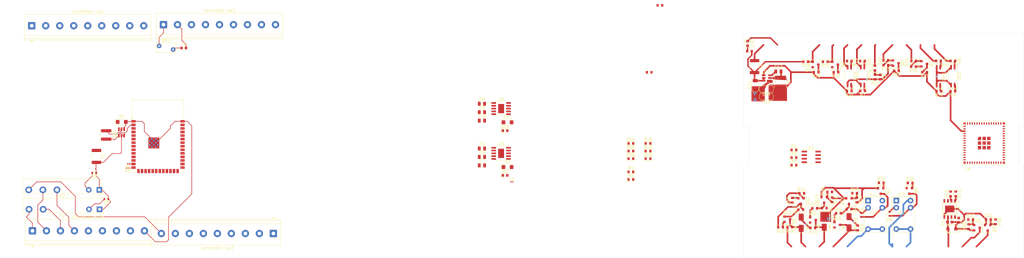
<source format=kicad_pcb>
(kicad_pcb (version 20241229) (generator "pcbnew") (generator_version "9.0")
  (layers (0 "F.Cu" signal) (2 "B.Cu" signal) (13 "F.Paste" user) (15 "B.Paste" user) (5 "F.SilkS" user "F.Silkscreen") (7 "B.SilkS" user "B.Silkscreen") (1 "F.Mask" user) (3 "B.Mask" user) (25 "Edge.Cuts" user))
  (net 0 "")
  (net 1 "/board-plc4uni-G1w/IN_PNP1_Opto")
  (net 2 "/board-plc4uni-G1w/IN_NPN2_Opto")
  (net 3 "/board-plc4uni-G1w/IN_PNP1")
  (net 4 "/board-plc4uni-G1w/IN_NPN")
  (net 5 "/board-plc4uni-G1w/IN_NPN1_Opto")
  (net 6 "/board-plc4uni-G1w/IN_PNP2")
  (net 7 "/board-plc4uni-G1w/IN_PNP2_Opto")
  (net 8 "/board-plc4uni-G1w/IN_0-10V")
  (net 9 "/board-plc4uni-G1w/IN_NPN2")
  (net 11 "/board-plc4uni-G1w/0V-SOURCE")
  (net 18 "/board-plc4uni-G1w/24V-SOURCE")
  (net 19 "/board-plc4uni-G1w/NPN_OUT1")
  (net 20 "/board-plc4uni-G1w/NPN_OUT_Opto2")
  (net 21 "/board-plc4uni-G1w/PNP_OUT3")
  (net 22 "/board-plc4uni-G1w/Out_0-10V")
  (net 23 "/board-plc4uni-G1w/out-no-1")
  (net 24 "/board-plc4uni-G1w/NPN_OUT2")
  (net 25 "/board-plc4uni-G1w/NPN_OUT_Opto")
  (net 26 "/board-plc4uni-G1w/PNP_OUT2")
  (net 27 "/board-plc4uni-G1w/PNP_OUT1")
  (net 29 "/board-plc4uni-G1w/out-common-2")
  (net 31 "/board-plc4uni-G1w/out-common-1")
  (net 32 "/board-plc4uni-G1w/out-nc")
  (net 33 "/board-plc4uni-G1w/out-no-2")
  (net 35 "Net-(D2-A)")
  (net 36 "VCC")
  (net 37 "Net-(D3-A)")
  (net 38 "/board-plc4uni-G1w/fuente/VOLTAGE_AOUTPUT")
  (net 39 "GND")
  (net 40 "+24V")
  (net 41 "Net-(F2-Pad1)")
  (net 42 "Net-(U4-SW)")
  (net 43 "+3.3V")
  (net 44 "Net-(J2-D--PadA7)")
  (net 45 "/board-plc4uni-G1w/plc4uni_cpu/USB-")
  (net 46 "Net-(J2-D+-PadA6)")
  (net 47 "/board-plc4uni-G1w/plc4uni_cpu/USB+")
  (net 49 "/board-plc4uni-G1w/out_pnp1/IN")
  (net 50 "/board-plc4uni-G1w/out_npn1_opto/IN")
  (net 52 "/board-plc4uni-G1w/plc4uni_cpu/micro_rs485_tx")
  (net 53 "/board-plc4uni-G1w/out_put_relay1/IN")
  (net 54 "/board-plc4uni-G1w/output_0_10v/SCL")
  (net 55 "/board-plc4uni-G1w/out_npn2/IN")
  (net 57 "/board-plc4uni-G1w/out_npn2_opto/IN")
  (net 58 "/board-plc4uni-G1w/input_npn2/OUT")
  (net 59 "/board-plc4uni-G1w/input_npn1/OUT")
  (net 60 "/board-plc4uni-G1w/input_npn1_opto/OUT")
  (net 61 "/board-plc4uni-G1w/plc4uni_cpu/micro1_rs485_control")
  (net 63 "/board-plc4uni-G1w/in_put_0_10v/ADC_IN_3V3")
  (net 64 "/board-plc4uni-G1w/plc4uni_cpu/micro_rs485_rx")
  (net 65 "/board-plc4uni-G1w/input_npn2_opto/OUT")
  (net 67 "/board-plc4uni-G1w/input_pnp2_opto/OUT")
  (net 69 "/board-plc4uni-G1w/plc4uni_cpu/Out_4-20mA_2")
  (net 70 "/board-plc4uni-G1w/out_pnp3/IN")
  (net 72 "/board-plc4uni-G1w/input_pnp2/OUT")
  (net 73 "/board-plc4uni-G1w/out_put_relay_2/IN")
  (net 74 "/board-plc4uni-G1w/out_pnp2/IN")
  (net 77 "/board-plc4uni-G1w/output_0_10v/SDA")
  (net 79 "/board-plc4uni-G1w/input_pnp1_opto/OUT")
  (net 80 "/board-plc4uni-G1w/out_npn1/IN")
  (net 81 "/board-plc4uni-G1w/input_pnp1/OUT")
  (net 82 "Net-(U4-BST)")
  (net 83 "GNDPWR")
  (net 84 "/board-plc4uni-G1w/mA_out1")
  (net 85 "/Board-PLC4UNI-G1W/PNP_OUT2")
  (net 86 "/Board-PLC4UNI-G1W/NPN_OUT1")
  (net 87 "/Board-PLC4UNI-G1W/PNP_OUT3")
  (net 88 "/Board-PLC4UNI-G1W/PNP_OUT1")
  (net 89 "/Board-PLC4UNI-G1W/NPN_OUT2")
  (net 90 "/Board-PLC4UNI-G1W/Out_0-10V")
  (net 91 "/Board-PLC4UNI-G1W/out-nc")
  (net 92 "/Board-PLC4UNI-G1W/out-no-1")
  (net 93 "/Board-PLC4UNI-G1W/out-no-2")
  (net 94 "/Board-PLC4UNI-G1W/out-common-1")
  (net 95 "/Board-PLC4UNI-G1W/out-common-2")
  (net 96 "Net-(Q8-B)")
  (net 97 "Net-(Q9-B)")
  (net 98 "Net-(Q5-B)")
  (net 99 "Net-(Q12-C)")
  (net 100 "Net-(Q7-B)")
  (net 101 "Net-(Q12-B)")
  (net 102 "Net-(Q10-B)")
  (net 103 "Net-(Q13-B)")
  (net 104 "/Board-PLC4UNI-G1W/Output_0-10V/SDA")
  (net 105 "/Board-PLC4UNI-G1W/Output_0-10V/SCL")
  (net 106 "Net-(Q11-B)")
  (net 107 "Net-(Q14-B)")
  (net 108 "Net-(Q10-C)")
  (net 109 "Net-(Q15-B)")
  (net 110 "Net-(D5-A)")
  (net 111 "Net-(D6-A)")
  (net 112 "Net-(Q14-C)")
  (net 115 "Net-(U4-V5V)")
  (net 116 "/Board-PLC4UNI-G1W/Output_NPN1/IN")
  (net 117 "/Board-PLC4UNI-G1W/OutRelay2/IN")
  (net 118 "/Board-PLC4UNI-G1W/Output_PNP1/IN")
  (net 119 "/Board-PLC4UNI-G1W/Output_NPN/IN")
  (net 120 "/Board-PLC4UNI-G1W/OutRelay2/out-nc")
  (net 121 "/Board-PLC4UNI-G1W/OutputRelay1/IN")
  (net 122 "/Board-PLC4UNI-G1W/Output_PNP2/IN")
  (net 123 "/Board-PLC4UNI-G1W/Output_PNP/IN")
  (net 124 "/Board-PLC4UNI-G1W/IN_NPN2")
  (net 125 "/Board-PLC4UNI-G1W/IN_PNP1")
  (net 126 "/Board-PLC4UNI-G1W/IN_PNP2")
  (net 127 "/Board-PLC4UNI-G1W/Input_0-10V/ADC_IN_3V3")
  (net 128 "/Board-PLC4UNI-G1W/IN_0-10V")
  (net 129 "/Board-PLC4UNI-G1W/IN_NPN2_Opto")
  (net 130 "/Board-PLC4UNI-G1W/IN_PNP2_Opto")
  (net 131 "/Board-PLC4UNI-G1W/IN_NPN")
  (net 132 "/Board-PLC4UNI-G1W/IN_PNP1_Opto")
  (net 133 "/Board-PLC4UNI-G1W/IN_NPN1_Opto")
  (net 134 "/Board-PLC4UNI-G1W/Input_PNP/OUT")
  (net 135 "Net-(Q6-B)")
  (net 136 "/Board-PLC4UNI-G1W/Input_PNP2/OUT")
  (net 137 "/Board-PLC4UNI-G1W/Input_NPN1_Opto1/OUT")
  (net 138 "Net-(OC2-Pad1)")
  (net 139 "/Board-PLC4UNI-G1W/Input_PNP1_Opto/OUT")
  (net 140 "Net-(U7-BST)")
  (net 141 "/Board-PLC4UNI-G1W/Input_PNP2_Opto/OUT")
  (net 142 "Net-(OC3-Pad1)")
  (net 143 "Net-(U7-SW)")
  (net 144 "Net-(OC1-Pad1)")
  (net 145 "Net-(OC4-Pad1)")
  (net 146 "/Board-PLC4UNI-G1W/Input_NPN1_Opto/OUT")
  (net 147 "/Board-PLC4UNI-G1W/Input_NPN/OUT")
  (net 148 "/Board-PLC4UNI-G1W/Input_NPN1/OUT")
  (net 149 "Net-(Q3-B)")
  (net 150 "Net-(LED1-A)")
  (net 151 "Net-(D10-A)")
  (net 152 "Net-(U5-SET)")
  (net 153 "Net-(U5-IOUT)")
  (net 154 "Net-(U5-V5V)")
  (net 155 "/Board-PLC4UNI-G1W/PLC4UNI/micro_rs485_tx")
  (net 156 "/Board-PLC4UNI-G1W/RS485_Module1_protect/~{TX}{slash}RX")
  (net 157 "/Board-PLC4UNI-G1W/PLC4UNI/micro_rs485_rx")
  (net 158 "/Board-PLC4UNI-G1W/con_RS485_A")
  (net 159 "/Board-PLC4UNI-G1W/con_RS485_B")
  (net 160 "Net-(U6-V5V)")
  (net 161 "Net-(D3-A1)")
  (net 162 "Net-(R10-Pad1)")
  (net 163 "/Board-PLC4UNI-G1W/Output_NPN_Opto1/IN")
  (net 164 "Net-(D12-A)")
  (net 165 "Net-(D11-A1)")
  (net 166 "Net-(U6-SET)")
  (net 205 "Net-(U6-IOUT)")
  (net 206 "Net-(R11-Pad1)")
  (net 207 "/Board-PLC4UNI-G1W/Output_NPN_Opto/IN")
  (net 208 "Net-(D4-A)")
  (footprint "PCM_Package_SO_AKL:SOP-4_4.4x2.6mm_P1.27mm" (layer "F.Cu") (at 340.515 55.4125 -90)
    (property "Reference" "OC1")
    (property "Value" "TLP293" (hide yes))
  )
  (footprint "PCM_Diode_SMD_AKL:D_SOD-123F" (layer "F.Cu") (at 372.4 110)
    (property "Reference" "D1")
    (property "Value" "TVA" (hide yes))
  )
  (footprint "PCM_Resistor_SMD_AKL:R_0603_1608Metric" (layer "F.Cu") (at 372.7775 50.0275)
    (property "Reference" "R8")
    (property "Value" "4.7K" (hide yes))
  )
  (footprint "Capacitor_SMD:C_0805_2012Metric" (layer "F.Cu") (at 204.575 68.325)
    (property "Reference" "C9")
    (property "Value" "1uF")
  )
  (footprint "RF_Module:ESP32-S3-WROOM-1" (layer "F.Cu") (at 88.9 76.840724)
    (property "Reference" "U1")
    (property "Value" "ESP32-S3-WROOM-1")
  )
  (footprint "PCM_Capacitor_SMD_AKL:C_0603_1608Metric" (layer "F.Cu") (at 374.85 106.9 -90)
    (property "Reference" "C3")
    (property "Value" "1uF" (hide yes))
  )
  (footprint "Diode_SMD:D_0603_1608Metric" (layer "F.Cu") (at 212.855 74.905)
    (property "Reference" "D10")
    (property "Value" "D_Zener")
  )
  (footprint "PCM_Resistor_SMD_AKL:R_0603_1608Metric" (layer "F.Cu") (at 338.8 109.675 -90)
    (property "Reference" "R53")
    (property "Value" "10k" (hide yes))
  )
  (footprint "PCM_Resistor_SMD_AKL:R_0603_1608Metric" (layer "F.Cu") (at 316 84.525)
    (property "Reference" "R2")
    (property "Value" "10k" (hide yes))
  )
  (footprint "Fuse:Fuse_1812_4532Metric" (layer "F.Cu") (at 66.9 84.113224 -90)
    (property "Reference" "F1")
    (property "Value" "Fuse")
  )
  (footprint "Relay_THT:Relay_SPDT_Omron_G5V-1" (layer "F.Cu") (at 342.495 99.915)
    (property "Reference" "K1")
    (property "Value" "G5V-1" (hide yes))
  )
  (footprint "PCM_Resistor_SMD_AKL:R_0603_1608Metric" (layer "F.Cu") (at 263.895 82.19)
    (property "Reference" "R17")
    (property "Value" "470k" (hide yes))
  )
  (footprint "PCM_Resistor_SMD_AKL:R_0603_1608Metric" (layer "F.Cu") (at 378.419 109.205 90)
    (property "Reference" "R38")
    (property "Value" "10k" (hide yes))
  )
  (footprint "PCM_Capacitor_SMD_AKL:C_0805_2012Metric" (layer "F.Cu") (at 310.45 53.8)
    (property "Reference" "C12")
    (property "Value" "100nF" (hide yes))
  )
  (footprint "RF_Module:ESP32-S2-MINI-1U" (layer "F.Cu") (at 383.95 79.35)
    (property "Reference" "U8")
    (property "Value" "ESP32-S3-MINI-1U")
  )
  (footprint "PCM_Resistor_SMD_AKL:R_0603_1608Metric" (layer "F.Cu") (at 257.775 89.63)
    (property "Reference" "R4")
    (property "Value" "10k" (hide yes))
  )
  (footprint "PCM_Resistor_SMD_AKL:R_0603_1608Metric" (layer "F.Cu") (at 379.101 106.665)
    (property "Reference" "R37")
    (property "Value" "2.4k" (hide yes))
  )
  (footprint "PCM_Package_TO_SOT_SMD_AKL:SOT-23" (layer "F.Cu") (at 313.625 106.55)
    (property "Reference" "Q13")
    (property "Value" "MMBT4403" (hide yes))
  )
  (footprint "PCM_Resistor_SMD_AKL:R_0603_1608Metric" (layer "F.Cu") (at 371.95 97.5 -90)
    (property "Reference" "R15")
    (property "Value" "4.7k" (hide yes))
  )
  (footprint "PCM_Resistor_SMD_AKL:R_0603_1608Metric" (layer "F.Cu") (at 352.625 53.55 180)
    (property "Reference" "R34")
    (property "Value" "2.4K" (hide yes))
  )
  (footprint "PCM_Resistor_SMD_AKL:R_0603_1608Metric" (layer "F.Cu") (at 257.775 79.47)
    (property "Reference" "R54")
    (property "Value" "2.5k" (hide yes))
  )
  (footprint "Varistor:RV_Disc_D7mm_W3.4mm_P5mm" (layer "F.Cu") (at 94.3 45.950724 180)
    (property "Reference" "RV1")
    (property "Value" "Varistor")
  )
  (footprint "PCM_Capacitor_SMD_AKL:C_1206_3216Metric" (layer "F.Cu") (at 302.2 58.55 -90)
    (property "Reference" "C11")
    (property "Value" "10uF" (hide yes))
  )
  (footprint "PCM_Resistor_SMD_AKL:R_0603_1608Metric" (layer "F.Cu") (at 335.7 102.925)
    (property "Reference" "R51")
    (property "Value" "4.7k" (hide yes))
  )
  (footprint "PCM_Resistor_SMD_AKL:R_0603_1608Metric" (layer "F.Cu") (at 263.895 84.91)
    (property "Reference" "R18")
    (property "Value" "15" (hide yes))
  )
  (footprint "Resistor_SMD:R_0201_0603Metric" (layer "F.Cu") (at 78.345 86.750724 180)
    (property "Reference" "R1")
    (property "Value" "R_US")
  )
  (footprint "PCM_Resistor_SMD_AKL:R_0603_1608Metric" (layer "F.Cu") (at 338.45 99.675 90)
    (property "Reference" "R50")
    (property "Value" "10k" (hide yes))
  )
  (footprint "Diode_SMD:D_SMF" (layer "F.Cu") (at 213.73 87.915)
    (property "Reference" "D3")
    (property "Value" "SMF24A")
  )
  (footprint "Fuse:Fuse_1812_4532Metric" (layer "F.Cu") (at 301.95 52.05 -90)
    (property "Reference" "F1")
    (property "Value" "Fuse")
  )
  (footprint "PCM_Resistor_SMD_AKL:R_0603_1608Metric" (layer "F.Cu") (at 323.45 102.65 180)
    (property "Reference" "R42")
    (property "Value" "10k" (hide yes))
  )
  (footprint "PCM_Package_TO_SOT_SMD_AKL:SOT-23" (layer "F.Cu") (at 318.525 100.075 -90)
    (property "Reference" "Q12")
    (property "Value" "BC817" (hide yes))
  )
  (footprint "PCM_Resistor_SMD_AKL:R_0603_1608Metric" (layer "F.Cu") (at 362.7 54.05)
    (property "Reference" "R27")
    (property "Value" "2.4K" (hide yes))
  )
  (footprint "PCM_Resistor_SMD_AKL:R_0603_1608Metric" (layer "F.Cu") (at 357.525 93.6)
    (property "Reference" "R36")
    (property "Value" "2.4k" (hide yes))
  )
  (footprint "Inductor_SMD:L_APV_ANR4030" (layer "F.Cu") (at 311.2 57.55 -90)
    (property "Reference" "L1")
    (property "Value" "ANR4030T6R8M" (hide yes))
  )
  (footprint "Capacitor_SMD:C_0805_2012Metric" (layer "F.Cu") (at 204.575 87.315)
    (property "Reference" "C7")
    (property "Value" "1uF")
  )
  (footprint "Relay_THT:Relay_SPST-NO_Fujitsu_FTR-LYAA005x_FormA_Vertical" (layer "F.Cu") (at 68.0275 103.003224 180)
    (property "Reference" "K1")
    (property "Value" "Fujitsu_FTR-LYAA005x")
  )
  (footprint "PCM_Resistor_SMD_AKL:R_0603_1608Metric" (layer "F.Cu") (at 327.2 50.3)
    (property "Reference" "R21")
    (property "Value" "10K" (hide yes))
  )
  (footprint "PCM_Resistor_SMD_AKL:R_0603_1608Metric" (layer "F.Cu") (at 322.75 109.65)
    (property "Reference" "R43")
    (property "Value" "10k" (hide yes))
  )
  (footprint "PCM_Resistor_SMD_AKL:R_0603_1608Metric" (layer "F.Cu") (at 314.525 109.35)
    (property "Reference" "R48")
    (property "Value" "10k" (hide yes))
  )
  (footprint "Capacitor_SMD:C_0805_2012Metric" (layer "F.Cu") (at 204.575 65.315)
    (property "Reference" "C8")
    (property "Value" "220pF")
  )
  (footprint "PCM_Resistor_SMD_AKL:R_0603_1608Metric" (layer "F.Cu") (at 340.49 50.0625)
    (property "Reference" "R6")
    (property "Value" "10K" (hide yes))
  )
  (footprint "PCM_Resistor_SMD_AKL:R_0603_1608Metric" (layer "F.Cu") (at 340.55 60.675)
    (property "Reference" "R7")
    (property "Value" "10K" (hide yes))
  )
  (footprint "Lib_GP8211S-TC50-EW:ESOP-8_L4.9-W3.9-P1.27-LS6.0-BL-EP" (layer "F.Cu") (at 371.63 102.8665 180)
    (property "Reference" "U4")
    (property "Value" "~")
  )
  (footprint "PCM_Resistor_SMD_AKL:R_0603_1608Metric" (layer "F.Cu") (at 323.95 54.05 180)
    (property "Reference" "R29")
    (property "Value" "2.4K" (hide yes))
  )
  (footprint "Relay_THT:Relay_SPDT_Fujitsu_FTR-LYCA005x_FormC_Vertical" (layer "F.Cu") (at 67.9275 96.053224 180)
    (property "Reference" "K2")
    (property "Value" "Fujitsu_FTR-LYCA005x")
  )
  (footprint "PCM_Resistor_SMD_AKL:R_0603_1608Metric" (layer "F.Cu") (at 344.9 52.55 -90)
    (property "Reference" "R12")
    (property "Value" "20K" (hide yes))
  )
  (footprint "PCM_Resistor_SMD_AKL:R_0603_1608Metric" (layer "F.Cu") (at 331.025 54.05 180)
    (property "Reference" "R22")
    (property "Value" "2.4K" (hide yes))
  )
  (footprint "PCM_Resistor_SMD_AKL:R_0603_1608Metric" (layer "F.Cu") (at 344.945002 55.735061 -90)
    (property "Reference" "R13")
    (property "Value" "10K" (hide yes))
  )
  (footprint "PCM_Resistor_SMD_AKL:R_0603_1608Metric" (layer "F.Cu") (at 263.895 79.47)
    (property "Reference" "R16")
    (property "Value" "2.5k" (hide yes))
  )
  (footprint "PCM_LED_SMD_AKL:LED_0603_1608Metric" (layer "F.Cu") (at 299.45 43.7625 -90)
    (property "Reference" "LED1")
    (property "Value" "LED_0603_Red" (hide yes))
  )
  (footprint "Fuse:Fuse_0603_1608Metric" (layer "F.Cu") (at 98.1 45.400724)
    (property "Reference" "F2")
    (property "Value" "Fuse")
  )
  (footprint "PCM_Package_TO_SOT_SMD_AKL:SOT-23" (layer "F.Cu") (at 381.356 109.586)
    (property "Reference" "Q9")
    (property "Value" "BC817" (hide yes))
  )
  (footprint "Diode_SMD:D_SOD-523" (layer "F.Cu") (at 70.45 99.350724 180)
    (property "Reference" "D3")
    (property "Value" "1N4148WT")
  )
  (footprint "PCM_Resistor_SMD_AKL:R_0603_1608Metric" (layer "F.Cu") (at 257.775 92.35)
    (property "Reference" "R5")
    (property "Value" "10k" (hide yes))
  )
  (footprint "PCM_Resistor_SMD_AKL:R_0603_1608Metric" (layer "F.Cu") (at 373.8 97.5 -90)
    (property "Reference" "R14")
    (property "Value" "4.7k" (hide yes))
  )
  (footprint "Resistor_SMD:R_0201_0603Metric" (layer "F.Cu") (at 77.95 88.300724 180)
    (property "Reference" "R2")
    (property "Value" "R_US")
  )
  (footprint "Capacitor_SMD:C_0805_2012Metric" (layer "F.Cu") (at 204.575 84.305)
    (property "Reference" "C6")
    (property "Value" "1uF")
  )
  (footprint "PCM_Resistor_SMD_AKL:R_0603_1608Metric" (layer "F.Cu") (at 335.8 50.05)
    (property "Reference" "R19")
    (property "Value" "10K" (hide yes))
  )
  (footprint "PCM_Package_TO_SOT_SMD_AKL:SOT-23" (layer "F.Cu") (at 335.65 100.075 -90)
    (property "Reference" "Q14")
    (property "Value" "BC817" (hide yes))
  )
  (footprint "Capacitor_SMD:C_0805_2012Metric" (layer "F.Cu") (at 204.575 71.335)
    (property "Reference" "C10")
    (property "Value" "1uF")
  )
  (footprint "Diode_SMD:D_SOD-523" (layer "F.Cu") (at 350.15 104.625 -90)
    (property "Reference" "D6")
    (property "Value" "1N4148WT" (hide yes))
  )
  (footprint "PCM_Diode_SMD_AKL:D_SMA" (layer "F.Cu") (at 318.6 107.8 90)
    (property "Reference" "D8")
    (property "Value" "M7" (hide yes))
  )
  (footprint "PCM_Resistor_SMD_AKL:R_0603_1608Metric" (layer "F.Cu") (at 316 81.805)
    (property "Reference" "R1")
    (property "Value" "10k" (hide yes))
  )
  (footprint "PCM_SparkFun-Resistor:R_0603_1608Metric" (layer "F.Cu") (at 264.315 54.075)
    (property "Reference" "R11")
    (property "Value" "470")
  )
  (footprint "PCM_Package_TO_SOT_SMD_AKL:SOT-23" (layer "F.Cu") (at 322.8 106.8)
    (property "Reference" "Q11")
    (property "Value" "MMBT4403" (hide yes))
  )
  (footprint "PCM_Capacitor_SMD_AKL:C_1206_3216Metric" (layer "F.Cu") (at 306.2 60.05 180)
    (property "Reference" "C14")
    (property "Value" "22uF" (hide yes))
  )
  (footprint "PCM_Package_SO_AKL:SOP-4_4.4x2.6mm_P1.27mm" (layer "F.Cu") (at 367.625 55.5 -90)
    (property "Reference" "OC4")
    (property "Value" "TLP293" (hide yes))
  )
  (footprint "PCM_Resistor_SMD_AKL:R_0603_1608Metric" (layer "F.Cu") (at 311.225 109.425)
    (property "Reference" "R46")
    (property "Value" "4.7k" (hide yes))
  )
  (footprint "PCM_Resistor_SMD_AKL:R_0603_1608Metric" (layer "F.Cu") (at 358.775 50.05 180)
    (property "Reference" "R25")
    (property "Value" "10K" (hide yes))
  )
  (footprint "TerminalBlock_Phoenix:TerminalBlock_Phoenix_PT-1,5-9-5.0-H_1x09_P5.00mm_Horizontal" (layer "F.Cu") (at 44.05 110.700724)
    (property "Reference" "connector-up4")
    (property "Value" "Screw_Terminal_9_P5.00mm")
  )
  (footprint "PCM_Resistor_SMD_AKL:R_0603_1608Metric" (layer "F.Cu") (at 316 87.245)
    (property "Reference" "R3")
    (property "Value" "10k" (hide yes))
  )
  (footprint "PCM_Capacitor_SMD_AKL:C_0603_1608Metric" (layer "F.Cu") (at 346.875 55.775 90)
    (property "Reference" "C2")
    (property "Value" "0.1uF" (hide yes))
  )
  (footprint "Diode_SMD:D_SMF" (layer "F.Cu") (at 75.95 71.800724)
    (property "Reference" "D4")
    (property "Value" "SMF24A")
  )
  (footprint "PCM_Package_TO_SOT_SMD_AKL:SOT-23" (layer "F.Cu") (at 326.8 99.65 -90)
    (property "Reference" "Q10")
    (property "Value" "BC817" (hide yes))
  )
  (footprint "PCM_Diode_SMD_AKL:D_SMA" (layer "F.Cu") (at 335.675 107.625 90)
    (property "Reference" "D9")
    (property "Value" "M7" (hide yes))
  )
  (footprint "PCM_Package_TO_SOT_SMD_AKL:SOT-23" (layer "F.Cu") (at 330.7 51.3)
    (property "Reference" "Q2")
    (property "Value" "BC817" (hide yes))
  )
  (footprint "Diode_SMD:D_SOD-523" (layer "F.Cu") (at 66.1 90.000724 180)
    (property "Reference" "D2")
    (property "Value" "1N4148WT")
  )
  (footprint "PCM_Resistor_SMD_AKL:R_0603_1608Metric" (layer "F.Cu") (at 358.7 52.05)
    (property "Reference" "R26")
    (property "Value" "47K" (hide yes))
  )
  (footprint "TerminalBlock_Phoenix:TerminalBlock_Phoenix_PT-1,5-9-5.0-H_1x09_P5.00mm_Horizontal" (layer "F.Cu") (at 130.1 111.650724 180)
    (property "Reference" "connector-up3")
    (property "Value" "Screw_Terminal_9_P5.00mm")
  )
  (footprint "PCM_Resistor_SMD_AKL:R_0603_1608Metric" (layer "F.Cu") (at 315.425 99.75 -90)
    (property "Reference" "R45")
    (property "Value" "10k" (hide yes))
  )
  (footprint "PCM_SparkFun-Resistor:R_0603_1608Metric" (layer "F.Cu") (at 268.135 30.155)
    (property "Reference" "R10")
    (property "Value" "470")
  )
  (footprint "PCM_Package_SO_AKL:SOP-4_4.4x2.6mm_P1.27mm" (layer "F.Cu") (at 372.765 55.4625 -90)
    (property "Reference" "OC2")
    (property "Value" "TLP293" (hide yes))
  )
  (footprint "PCM_Resistor_SMD_AKL:R_0603_1608Metric" (layer "F.Cu") (at 320.2 50.3)
    (property "Reference" "R28")
    (property "Value" "10K" (hide yes))
  )
  (footprint "PCM_Resistor_SMD_AKL:R_0603_1608Metric" (layer "F.Cu") (at 388 107.475 -90)
    (property "Reference" "R30")
    (property "Value" "2.4k" (hide yes))
  )
  (footprint "PCM_Resistor_SMD_AKL:R_0603_1608Metric" (layer "F.Cu") (at 328.775 96.8 180)
    (property "Reference" "R39")
    (property "Value" "2.4k" (hide yes))
  )
  (footprint "PCM_Resistor_SMD_AKL:R_0603_1608Metric" (layer "F.Cu") (at 331.9 104.425 180)
    (property "Reference" "R52")
    (property "Value" "10k" (hide yes))
  )
  (footprint "Capacitor_SMD:C_0805_2012Metric" (layer "F.Cu") (at 204.575 81.295)
    (property "Reference" "C5")
    (property "Value" "220pF")
  )
  (footprint "Package_TO_SOT_SMD:TSOT-23-6" (layer "F.Cu") (at 75.85 75.538224 90)
    (property "Reference" "U4")
    (property "Value" "AP63203WU")
  )
  (footprint "PCM_Resistor_SMD_AKL:R_0603_1608Metric" (layer "F.Cu") (at 367.775 60.85 180)
    (property "Reference" "R24")
    (property "Value" "2.4K" (hide yes))
  )
  (footprint "PCM_Resistor_SMD_AKL:R_0603_1608Metric" (layer "F.Cu") (at 257.775 82.19)
    (property "Reference" "R55")
    (property "Value" "470k" (hide yes))
  )
  (footprint "PCM_Resistor_SMD_AKL:R_0603_1608Metric" (layer "F.Cu") (at 385.46 106.649)
    (property "Reference" "R31")
    (property "Value" "10k" (hide yes))
  )
  (footprint "Diode_SMD:D_0603_1608Metric" (layer "F.Cu") (at 212.855 90.885)
    (property "Reference" "D2")
    (property "Value" "D_Zener")
  )
  (footprint "TerminalBlock_Phoenix:TerminalBlock_Phoenix_PT-1,5-9-5.0-H_1x09_P5.00mm_Horizontal" (layer "F.Cu") (at 43.8 37.450724)
    (property "Reference" "connector-up1")
    (property "Value" "Screw_Terminal_9_P5.00mm")
  )
  (footprint "PCM_Resistor_SMD_AKL:R_0603_1608Metric" (layer "F.Cu") (at 318.45 103.1 180)
    (property "Reference" "R47")
    (property "Value" "10k" (hide yes))
  )
  (footprint "Diode_SMD:D_SOD-523" (layer "F.Cu") (at 340 105.025 -90)
    (property "Reference" "D5")
    (property "Value" "1N4148WT" (hide yes))
  )
  (footprint "PCM_Capacitor_SMD_AKL:C_1206_3216Metric" (layer "F.Cu") (at 306.175 62.8 180)
    (property "Reference" "C13")
    (property "Value" "22uF" (hide yes))
  )
  (footprint "Capacitor_SMD:C_0201_0603Metric" (layer "F.Cu") (at 215.275 93.19)
    (property "Reference" "C1")
    (property "Value" "100nF")
  )
  (footprint "PCM_Resistor_SMD_AKL:R_0603_1608Metric" (layer "F.Cu") (at 257.775 84.91)
    (property "Reference" "R56")
    (property "Value" "15" (hide yes))
  )
  (footprint "TerminalBlock_Phoenix:TerminalBlock_Phoenix_PT-1,5-9-5.0-H_1x09_P5.00mm_Horizontal" (layer "F.Cu") (at 90.85 37.050724)
    (property "Reference" "connector-up2")
    (property "Value" "Screw_Terminal_9_P5.00mm" (hide yes))
  )
  (footprint "PCM_Resistor_SMD_AKL:R_0603_1608Metric" (layer "F.Cu") (at 329.675 99.625 -90)
    (property "Reference" "R40")
    (property "Value" "10k" (hide yes))
  )
  (footprint "Inductor_SMD:L_APV_ANR4030" (layer "F.Cu") (at 70.4 76.450724 -90)
    (property "Reference" "L1")
    (property "Value" "ANR4030T6R8M")
  )
  (footprint "PCM_Resistor_SMD_AKL:R_0603_1608Metric" (layer "F.Cu") (at 318.8 97.275 180)
    (property "Reference" "R44")
    (property "Value" "2.4k" (hide yes))
  )
  (footprint "Package_SO:SSOP-10-1EP_3.9x4.9mm_P1mm_EP2.1x3.3mm" (layer "F.Cu") (at 211.43 67.035)
    (property "Reference" "U6")
    (property "Value" "~")
  )
  (footprint "PCM_Package_TO_SOT_SMD_AKL:SOT-23" (layer "F.Cu") (at 323.7 51.3)
    (property "Reference" "Q4")
    (property "Value" "BC817" (hide yes))
  )
  (footprint "Relay_THT:Relay_SPDT_Omron_G5V-1" (layer "F.Cu") (at 352.57 99.89)
    (property "Reference" "K2")
    (property "Value" "G5V-1" (hide yes))
  )
  (footprint "Diode_SMD:D_SMF" (layer "F.Cu") (at 213.73 71.935)
    (property "Reference" "D11")
    (property "Value" "SMF24A")
  )
  (footprint "PCM_Resistor_SMD_AKL:R_0603_1608Metric" (layer "F.Cu") (at 335.775 60.775)
    (property "Reference" "R20")
    (property "Value" "10K" (hide yes))
  )
  (footprint "PCM_Resistor_SMD_AKL:R_0603_1608Metric" (layer "F.Cu") (at 326.85 102.575)
    (property "Reference" "R41")
    (property "Value" "4.7k" (hide yes))
  )
  (footprint "PCM_Resistor_SMD_AKL:R_0603_1608Metric" (layer "F.Cu") (at 348.8 49.8 180)
    (property "Reference" "R32")
    (property "Value" "10K" (hide yes))
  )
  (footprint "PCM_SparkFun-Resistor:R_0603_1608Metric" (layer "F.Cu") (at 300.125 46.55)
    (property "Reference" "R57")
    (property "Value" "1k")
  )
  (footprint "Package_SO:SOIC-8_3.9x4.9mm_P1.27mm" (layer "F.Cu") (at 322.175 84.295)
    (property "Reference" "U1")
    (property "Value" "SP3485EN")
  )
  (footprint "PCM_Package_TO_SOT_SMD_AKL:SOT-23" (layer "F.Cu") (at 362.525 51.05)
    (property "Reference" "Q3")
    (property "Value" "BC817" (hide yes))
  )
  (footprint "PCM_Resistor_SMD_AKL:R_0603_1608Metric" (layer "F.Cu") (at 367.625 50)
    (property "Reference" "R23")
    (property "Value" "4.7K" (hide yes))
  )
  (footprint "PCM_Package_TO_SOT_SMD_AKL:SOT-23" (layer "F.Cu") (at 352.375 50.8)
    (property "Reference" "Q6")
    (property "Value" "BC817" (hide yes))
  )
  (footprint "PCM_Capacitor_SMD_AKL:C_0603_1608Metric" (layer "F.Cu") (at 371.6 107.575 180)
    (property "Reference" "C4")
    (property "Value" "0.1uF" (hide yes))
  )
  (footprint "PCM_Resistor_SMD_AKL:R_0603_1608Metric" (layer "F.Cu") (at 337.7 97.25)
    (property "Reference" "R49")
    (property "Value" "2.4k" (hide yes))
  )
  (footprint "Package_SO:SSOP-10-1EP_3.9x4.9mm_P1mm_EP2.1x3.3mm" (layer "F.Cu") (at 211.43 83.015)
    (property "Reference" "U5")
    (property "Value" "~")
  )
  (footprint "PCM_Package_SO_AKL:SOP-4_4.4x2.6mm_P1.27mm" (layer "F.Cu") (at 335.8 55.45 -90)
    (property "Reference" "OC3")
    (property "Value" "TLP293" (hide yes))
  )
  (footprint "PCM_Package_TO_SOT_SMD_AKL:SOT-23" (layer "F.Cu") (at 385.206 109.586 -90)
    (property "Reference" "Q5")
    (property "Value" "BC817" (hide yes))
  )
  (footprint "PCM_Package_TO_SOT_SMD_AKL:SOT-23" (layer "F.Cu") (at 357.2 96.45 -90)
    (property "Reference" "Q8")
    (property "Value" "BC817" (hide yes))
  )
  (footprint "PCM_Resistor_SMD_AKL:R_0603_1608Metric" (layer "F.Cu") (at 348.8 51.55)
    (property "Reference" "R33")
    (property "Value" "47K" (hide yes))
  )
  (footprint "PCM_Package_TO_SOT_SMD_AKL:SOT-23" (layer "F.Cu") (at 331.475 108.55)
    (property "Reference" "Q15")
    (property "Value" "MMBT4403" (hide yes))
  )
  (footprint "PCM_Package_TO_SOT_SMD_AKL:SOT-23" (layer "F.Cu") (at 346.975 96.475 -90)
    (property "Reference" "Q7")
    (property "Value" "BC817" (hide yes))
  )
  (footprint "PCM_Resistor_SMD_AKL:R_0603_1608Metric" (layer "F.Cu") (at 347.2 93.525)
    (property "Reference" "R35")
    (property "Value" "2.4k" (hide yes))
  )
  (footprint "PCM_Resistor_SMD_AKL:R_0603_1608Metric" (layer "F.Cu") (at 372.7775 60.8275 180)
    (property "Reference" "R9")
    (property "Value" "2.4K" (hide yes))
  )
  (footprint "PCM_Diode_SMD_AKL:D_SMA" (layer "F.Cu") (at 326.825 107.4 90)
    (property "Reference" "D7")
    (property "Value" "M7" (hide yes))
  )
  (footprint "Package_TO_SOT_SMD:TSOT-23-6" (layer "F.Cu") (at 306.3375 56.1)
    (property "Reference" "U7")
    (property "Value" "AP63203WU" (hide yes))
  )
  (gr_poly (pts (xy 299.9 73.45) (xy 298.15 73.45) (xy 298.15 40.2) (xy 398.15 40.2) (xy 398.15 73.45) (xy 396.4 73.45) (xy 396.4 87.2) (xy 398.15 87.2) (xy 398.15 120.45) (xy 298.15 120.45) (xy 298.15 87.2) (xy 299.9 87.2)) (stroke (width 0.05)) (fill no) (layer "Edge.Cuts"))
  (segment (start 89.3 41.550724) (end 90.85 40.000724) (width 0.2) (layer "F.Cu") (net 11))
  (segment (start 89.3 44.650724) (end 89.3 41.550724) (width 0.2) (layer "F.Cu") (net 11))
  (segment (start 90.85 40.000724) (end 90.85 37.050724) (width 0.2) (layer "F.Cu") (net 11))
  (segment (start 97.4 42.650724) (end 97.4 38.600724) (width 0.2) (layer "F.Cu") (net 18))
  (segment (start 97.4 38.600724) (end 95.85 37.050724) (width 0.2) (layer "F.Cu") (net 18))
  (segment (start 98.8875 44.138224) (end 97.4 42.650724) (width 0.2) (layer "F.Cu") (net 18))
  (segment (start 98.8875 45.400724) (end 98.8875 44.138224) (width 0.2) (layer "F.Cu") (net 18))
  (segment (start 54.2 93.200724) (end 59.35 98.350724) (width 0.2) (layer "F.Cu") (net 23))
  (segment (start 42.7275 96.053224) (end 45.58 93.200724) (width 0.2) (layer "F.Cu") (net 23))
  (segment (start 45.58 93.200724) (end 54.2 93.200724) (width 0.2) (layer "F.Cu") (net 23))
  (segment (start 60.55 105.700724) (end 84.15 105.700724) (width 0.2) (layer "F.Cu") (net 23))
  (segment (start 59.35 104.500724) (end 60.55 105.700724) (width 0.2) (layer "F.Cu") (net 23))
  (segment (start 59.35 98.350724) (end 59.35 104.500724) (width 0.2) (layer "F.Cu") (net 23))
  (segment (start 84.15 105.700724) (end 90.1 111.650724) (width 0.2) (layer "F.Cu") (net 23))
  (segment (start 54.05 107.050724) (end 54.05 110.700724) (width 0.2) (layer "F.Cu") (net 29))
  (segment (start 47.8675 103.003224) (end 50.0025 103.003224) (width 0.2) (layer "F.Cu") (net 29))
  (segment (start 50.0025 103.003224) (end 54.05 107.050724) (width 0.2) (layer "F.Cu") (net 29))
  (segment (start 47.7675 99.683224) (end 47.7675 96.053224) (width 0.2) (layer "F.Cu") (net 31))
  (segment (start 49.05 110.700724) (end 45.95 107.600724) (width 0.2) (layer "F.Cu") (net 31))
  (segment (start 45.95 107.600724) (end 45.95 101.500724) (width 0.2) (layer "F.Cu") (net 31))
  (segment (start 45.95 101.500724) (end 47.7675 99.683224) (width 0.2) (layer "F.Cu") (net 31))
  (segment (start 57.05 108.700724) (end 59.05 110.700724) (width 0.2) (layer "F.Cu") (net 32))
  (segment (start 52.8075 101.608224) (end 57.05 105.850724) (width 0.2) (layer "F.Cu") (net 32))
  (segment (start 57.05 105.850724) (end 57.05 108.700724) (width 0.2) (layer "F.Cu") (net 32))
  (segment (start 52.8075 96.053224) (end 52.8075 101.608224) (width 0.2) (layer "F.Cu") (net 32))
  (segment (start 44.05 107.950724) (end 44.05 110.700724) (width 0.2) (layer "F.Cu") (net 33))
  (segment (start 42.8275 104.773224) (end 41.85 105.750724) (width 0.2) (layer "F.Cu") (net 33))
  (segment (start 41.85 105.750724) (end 44.05 107.950724) (width 0.2) (layer "F.Cu") (net 33))
  (segment (start 42.8275 103.003224) (end 42.8275 104.773224) (width 0.2) (layer "F.Cu") (net 33))
  (segment (start 62.85 94.755724) (end 62.85 93.600724) (width 0.2) (layer "F.Cu") (net 35))
  (segment (start 64.1475 96.053224) (end 62.85 94.755724) (width 0.2) (layer "F.Cu") (net 35))
  (segment (start 65.4 91.050724) (end 65.4 90.000724) (width 0.2) (layer "F.Cu") (net 35))
  (segment (start 62.85 93.600724) (end 65.4 91.050724) (width 0.2) (layer "F.Cu") (net 35))
  (segment (start 71.15 98.300724) (end 68.9025 96.053224) (width 0.2) (layer "F.Cu") (net 36))
  (segment (start 302.2 57.075) (end 305.175 57.075) (width 0.6) (layer "F.Cu") (net 36))
  (segment (start 66.8 90.000724) (end 66.8 91.100724) (width 0.2) (layer "F.Cu") (net 36))
  (segment (start 66.8 91.100724) (end 67.9275 92.228224) (width 0.2) (layer "F.Cu") (net 36))
  (segment (start 340 104.325) (end 340.625 104.325) (width 0.6) (layer "F.Cu") (net 36))
  (segment (start 299.6 49.3) (end 300.95 47.95) (width 0.5) (layer "F.Cu") (net 36))
  (segment (start 300.95 47.95) (end 300.95 46.55) (width 0.5) (layer "F.Cu") (net 36))
  (segment (start 68.9025 96.053224) (end 67.9275 96.053224) (width 0.2) (layer "F.Cu") (net 36))
  (segment (start 75.85 82.700724) (end 75.85 76.675724) (width 0.2) (layer "F.Cu") (net 36))
  (segment (start 66.75 86.400724) (end 66.9 86.250724) (width 0.2) (layer "F.Cu") (net 36))
  (segment (start 305.2 56.1) (end 305.2 57.05) (width 0.6) (layer "F.Cu") (net 36))
  (segment (start 301.95 56.825) (end 302.2 57.075) (width 0.5) (layer "F.Cu") (net 36))
  (segment (start 312.05 108.075) (end 312.625 107.5) (width 0.6) (layer "F.Cu") (net 36))
  (segment (start 305.8375 50.3) (end 319.375 50.3) (width 0.5) (layer "F.Cu") (net 36))
  (segment (start 338.6 102.925) (end 340 104.325) (width 0.6) (layer "F.Cu") (net 36))
  (segment (start 336.525 102.925) (end 338.6 102.925) (width 0.6) (layer "F.Cu") (net 36))
  (segment (start 67.9275 92.228224) (end 67.9275 96.053224) (width 0.2) (layer "F.Cu") (net 36))
  (segment (start 75.45 83.100724) (end 75.85 82.700724) (width 0.2) (layer "F.Cu") (net 36))
  (segment (start 71.9 100.100724) (end 71.15 99.350724) (width 0.2) (layer "F.Cu") (net 36))
  (segment (start 305.175 57.075) (end 305.2 57.05) (width 0.5) (layer "F.Cu") (net 36))
  (segment (start 75.85 76.675724) (end 76.8 76.675724) (width 0.2) (layer "F.Cu") (net 36))
  (segment (start 340.625 104.325) (end 342.495 102.455) (width 0.6) (layer "F.Cu") (net 36))
  (segment (start 301.95 54.1875) (end 305.8375 50.3) (width 0.5) (layer "F.Cu") (net 36))
  (segment (start 72.55 83.100724) (end 75.45 83.100724) (width 0.2) (layer "F.Cu") (net 36))
  (segment (start 66.8 90.000724) (end 66.8 88.850724) (width 0.2) (layer "F.Cu") (net 36))
  (segment (start 71.9 100.500724) (end 71.9 100.100724) (width 0.2) (layer "F.Cu") (net 36))
  (segment (start 299.6 51.8375) (end 299.6 49.3) (width 0.5) (layer "F.Cu") (net 36))
  (segment (start 352.57 102.43) (end 351.645 102.43) (width 0.6) (layer "F.Cu") (net 36))
  (segment (start 66.9 86.250724) (end 69.4 86.250724) (width 0.2) (layer "F.Cu") (net 36))
  (segment (start 301.95 54.1875) (end 301.95 56.825) (width 0.6) (layer "F.Cu") (net 36))
  (segment (start 312.05 109.425) (end 312.05 108.075) (width 0.6) (layer "F.Cu") (net 36))
  (segment (start 351.645 102.43) (end 350.15 103.925) (width 0.6) (layer "F.Cu") (net 36))
  (segment (start 66.55 88.500724) (end 66.6 88.500724) (width 0.2) (layer "F.Cu") (net 36))
  (segment (start 66.6 88.500724) (end 66.75 88.350724) (width 0.2) (layer "F.Cu") (net 36))
  (segment (start 66.5 88.550724) (end 66.55 88.500724) (width 0.2) (layer "F.Cu") (net 36))
  (segment (start 69.3975 103.003224) (end 71.9 100.500724) (width 0.2) (layer "F.Cu") (net 36))
  (segment (start 301.95 54.1875) (end 299.6 51.8375) (width 0.5) (layer "F.Cu") (net 36))
  (segment (start 66.75 88.350724) (end 66.75 86.400724) (width 0.2) (layer "F.Cu") (net 36))
  (segment (start 66.8 88.850724) (end 66.5 88.550724) (width 0.2) (layer "F.Cu") (net 36))
  (segment (start 71.15 99.350724) (end 71.15 98.300724) (width 0.2) (layer "F.Cu") (net 36))
  (segment (start 68.0275 103.003224) (end 69.3975 103.003224) (width 0.2) (layer "F.Cu") (net 36))
  (segment (start 69.4 86.250724) (end 72.55 83.100724) (width 0.2) (layer "F.Cu") (net 36))
  (segment (start 64.2475 103.003224) (end 66.2 101.050724) (width 0.2) (layer "F.Cu") (net 37))
  (segment (start 68.05 101.050724) (end 69.75 99.350724) (width 0.2) (layer "F.Cu") (net 37))
  (segment (start 66.2 101.050724) (end 68.05 101.050724) (width 0.2) (layer "F.Cu") (net 37))
  (segment (start 338.519939 56.560061) (end 341.85 56.560061) (width 0.6) (layer "F.Cu") (net 39))
  (segment (start 99.38 71.580724) (end 100.95 73.150724) (width 0.2) (layer "F.Cu") (net 39))
  (segment (start 366.99 55.6) (end 366.99 53.74) (width 0.6) (layer "F.Cu") (net 39))
  (segment (start 366.99 58.6875) (end 366.99 57.6) (width 0.6) (layer "F.Cu") (net 39))
  (segment (start 100.95 73.150724) (end 100.95 97.550724) (width 0.2) (layer "F.Cu") (net 39))
  (segment (start 307.625 41.8) (end 310.125 44.3) (width 0.5) (layer "F.Cu") (net 39))
  (segment (start 335.165 58.6375) (end 335.165 57.635) (width 0.6) (layer "F.Cu") (net 39))
  (segment (start 367.54 57.05) (end 366.99 57.6) (width 0.6) (layer "F.Cu") (net 39))
  (segment (start 370.53 57.05) (end 367.54 57.05) (width 0.6) (layer "F.Cu") (net 39))
  (segment (start 321.6 109.65) (end 320.3 108.35) (width 0.6) (layer "F.Cu") (net 39))
  (segment (start 317.425 98.925) (end 317.575 99.075) (width 0.6) (layer "F.Cu") (net 39))
  (segment (start 83.18 71.580724) (end 80.15 71.580724) (width 0.2) (layer "F.Cu") (net 39))
  (segment (start 330.1 95.3) (end 330.275 95.475) (width 0.6) (layer "F.Cu") (net 39))
  (segment (start 359.575 52) (end 359.525 52.05) (width 0.6) (layer "F.Cu") (net 39))
  (segment (start 299.45 42.975) (end 300.625 41.8) (width 0.5) (layer "F.Cu") (net 39))
  (segment (start 76.8 73.700724) (end 77.4 73.100724) (width 0.2) (layer "F.Cu") (net 39))
  (segment (start 338.18 56.9) (end 339.88 58.6) (width 0.6) (layer "F.Cu") (net 39))
  (segment (start 334.7 99.075) (end 329.95 99.075) (width 0.6) (layer "F.Cu") (net 39))
  (segment (start 100.95 97.550724) (end 92.65 105.850724) (width 0.2) (layer "F.Cu") (net 39))
  (segment (start 92.65 105.850724) (end 92.65 113.900724) (width 0.2) (layer "F.Cu") (net 39))
  (segment (start 382.536 104.55) (end 384.635 106.649) (width 0.6) (layer "F.Cu") (net 39))
  (segment (start 384.635 106.649) (end 384.635 108.207) (width 0.6) (layer "F.Cu") (net 39))
  (segment (start 378.925 110.536) (end 378.419 110.03) (width 0.6) (layer "F.Cu") (net 39))
  (segment (start 313.7 114.9) (end 315.1 116.3) (width 0.6) (layer "F.Cu") (net 39))
  (segment (start 338.18 56.9) (end 338.519939 56.560061) (width 0.6) (layer "F.Cu") (net 39))
  (segment (start 77.4 71.800724) (end 77.5 71.800724) (width 0.2) (layer "F.Cu") (net 39))
  (segment (start 373.8 110) (end 378.389 110) (width 0.6) (layer "F.Cu") (net 39))
  (segment (start 369.725 104.7715) (end 369.725 105.775) (width 0.6) (layer "F.Cu") (net 39))
  (segment (start 366.99 57.6) (end 366.99 55.6) (width 0.6) (layer "F.Cu") (net 39))
  (segment (start 325.85 98.65) (end 325.85 96.65) (width 0.6) (layer "F.Cu") (net 39))
  (segment (start 373.8 108.725) (end 374.85 107.675) (width 0.6) (layer "F.Cu") (net 39))
  (segment (start 338.45 100.5) (end 339 100.5) (width 0.6) (layer "F.Cu") (net 39))
  (segment (start 91.95 114.600724) (end 87.95 114.600724) (width 0.2) (layer "F.Cu") (net 39))
  (segment (start 77.5 71.800724) (end 77.62 71.680724) (width 0.2) (layer "F.Cu") (net 39))
  (segment (start 86.7 77.900724) (end 84 75.200724) (width 0.2) (layer "F.Cu") (net 39))
  (segment (start 300.625 41.8) (end 307.625 41.8) (width 0.5) (layer "F.Cu") (net 39))
  (segment (start 378.389 110) (end 378.419 110.03) (width 0.6) (layer "F.Cu") (net 39))
  (segment (start 335.165 57.635) (end 335.9 56.9) (width 0.6) (layer "F.Cu") (net 39))
  (segment (start 380.356 110.536) (end 378.925 110.536) (width 0.6) (layer "F.Cu") (net 39))
  (segment (start 347.6 56.55) (end 349.625 54.525) (width 0.6) (layer "F.Cu") (net 39))
  (segment (start 335.9 56.9) (end 338.18 56.9) (width 0.6) (layer "F.Cu") (net 39))
  (segment (start 313.7 109.35) (end 313.7 114.9) (width 0.6) (layer "F.Cu") (net 39))
  (segment (start 370.155 54.25) (end 372.13 52.275) (width 0.6) (layer "F.Cu") (net 39))
  (segment (start 366.99 52.3125) (end 366.99 53.74) (width 0.6) (layer "F.Cu") (net 39))
  (segment (start 335.675 105.725) (end 337.375 107.425) (width 0.6) (layer "F.Cu") (net 39))
  (segment (start 329.95 99.075) (end 329.675 98.8) (width 0.6) (layer "F.Cu") (net 39))
  (segment (start 84 75.200724) (end 84 72.400724) (width 0.2) (layer "F.Cu") (net 39))
  (segment (start 374.75 107.575) (end 374.85 107.675) (width 0.6) (layer "F.Cu") (net 39))
  (segment (start 327.2 95.3) (end 330.1 95.3) (width 0.6) (layer "F.Cu") (net 39))
  (segment (start 373.8 110) (end 373.8 108.725) (width 0.6) (layer "F.Cu") (net 39))
  (segment (start 93.3 74.100724) (end 93.3 73.250724) (width 0.2) (layer "F.Cu") (net 39))
  (segment (start 366.99 53.74) (end 367.5 54.25) (width 0.6) (layer "F.Cu") (net 39))
  (segment (start 376.8 105.05) (end 377.3 104.55) (width 0.6) (layer "F.Cu") (net 39))
  (segment (start 315.425 98.925) (end 316.4 98.925) (width 0.6) (layer "F.Cu") (net 39))
  (segment (start 384.635 108.207) (end 384.256 108.586) (width 0.6) (layer "F.Cu") (net 39))
  (segment (start 372.13 58.65) (end 370.53 57.05) (width 0.6) (layer "F.Cu") (net 39))
  (segment (start 376.8 106.8) (end 376.8 105.05) (width 0.6) (layer "F.Cu") (net 39))
  (segment (start 344.945002 56.560061) (end 346.864939 56.560061) (width 0.6) (layer "F.Cu") (net 39))
  (segment (start 77.4 73.100724) (end 77.4 71.800724) (width 0.2) (layer "F.Cu") (net 39))
  (segment (start 333.775 99.075) (end 333.875 99.075) (width 0.6) (layer "F.Cu") (net 39))
  (segment (start 316.4 98.925) (end 317.425 98.925) (width 0.6) (layer "F.Cu") (net 39))
  (segment (start 320.3 108.35) (end 318.6 106.65) (width 0.6) (layer "F.Cu") (net 39))
  (segment (start 367.5 54.25) (end 370.155 54.25) (width 0.6) (layer "F.Cu") (net 39))
  (segment (start 361.525 52) (end 359.575 52) (width 0.6) (layer "F.Cu") (net 39))
  (segment (start 330.1 95.3) (end 333.875 99.075) (width 0.6) (layer "F.Cu") (net 39))
  (segment (start 333.875 99.075) (end 334.7 99.075) (width 0.6) (layer "F.Cu") (net 39))
  (segment (start 97.65 71.580724) (end 99.38 71.580724) (width 0.2) (layer "F.Cu") (net 39))
  (segment (start 94.97 71.580724) (end 97.65 71.580724) (width 0.2) (layer "F.Cu") (net 39))
  (segment (start 351.175 51.55) (end 351.375 51.75) (width 0.6) (layer "F.Cu") (net 39))
  (segment (start 374.85 107.675) (end 375.925 107.675) (width 0.6) (layer "F.Cu") (net 39))
  (segment (start 321.925 109.65) (end 321.6 109.65) (width 0.6) (layer "F.Cu") (net 39))
  (segment (start 84 72.400724) (end 83.18 71.580724) (width 0.2) (layer "F.Cu") (net 39))
  (segment (start 341.1 95.475) (end 346.025 95.475) (width 0.6) (layer "F.Cu") (net 39))
  (segment (start 93.3 73.250724) (end 94.97 71.580724) (width 0.2) (layer "F.Cu") (net 39))
  (segment (start 349.625 51.55) (end 351.175 51.55) (width 0.6) (layer "F.Cu") (net 39))
  (segment (start 318.6 106.65) (end 318.6 105.8) (width 0.6) (layer "F.Cu") (net 39))
  (segment (start 349.625 54.525) (end 349.625 51.55) (width 0.6) (layer "F.Cu") (net 39))
  (segment (start 337.375 107.425) (end 338.8 108.85) (width 0.6) (layer "F.Cu") (net 39))
  (segment (start 377.3 104.55) (end 382.536 104.55) (width 0.6) (layer "F.Cu") (net 39))
  (segment (start 87.95 114.600724) (end 84.05 110.700724) (width 0.2) (layer "F.Cu") (net 39))
  (segment (start 346.875 56.55) (end 347.6 56.55) (width 0.6) (layer "F.Cu") (net 39))
  (segment (start 371.63 102.8665) (end 374.6165 102.8665) (width 0.6) (layer "F.Cu") (net 39))
  (segment (start 335.675 105.625) (end 335.675 105.725) (width 0.6) (layer "F.Cu") (net 39))
  (segment (start 77.62 71.680724) (end 79.65 71.680724) (width 0.2) (layer "F.Cu") (net 39))
  (segment (start 372.375 107.575) (end 374.75 107.575) (width 0.6) (layer "F.Cu") (net 39))
  (segment (start 375.925 107.675) (end 376.8 106.8) (width 0.6) (layer "F.Cu") (net 39))
  (segment (start 371.63 102.8665) (end 369.725 104.7715) (width 0.6) (layer "F.Cu") (net 39))
  (segment (start 340.35 96.225) (end 341.1 95.475) (width 0.6) (layer "F.Cu") (net 39))
  (segment (start 88.8 78.600724) (end 93.3 74.100724) (width 0.2) (layer "F.Cu") (net 39))
  (segment (start 325.85 96.65) (end 327.2 95.3) (width 0.6) (layer "F.Cu") (net 39))
  (segment (start 327.45 105.4) (end 333.775 99.075) (width 0.6) (layer "F.Cu") (net 39))
  (segment (start 76.8 74.400724) (end 76.8 73.700724) (width 0.2) (layer "F.Cu") (net 39))
  (segment (start 330.275 95.475) (end 341.1 95.475) (width 0.6) (layer "F.Cu") (net 39))
  (segment (start 346.864939 56.560061) (end 346.875 56.55) (width 0.6) (layer "F.Cu") (net 39))
  (segment (start 326.825 105.4) (end 327.45 105.4) (width 0.6) (layer "F.Cu") (net 39))
  (segment (start 340.35 99.15) (end 340.35 96.225) (width 0.6) (layer "F.Cu") (net 39))
  (segment (start 339 100.5) (end 340.35 99.15) (width 0.6) (layer "F.Cu") (net 39))
  (segment (start 374.6165 102.8665) (end 376.8 105.05) (width 0.6) (layer "F.Cu") (net 39))
  (segment (start 341.85 56.560061) (end 344.945002 56.560061) (width 0.6) (layer "F.Cu") (net 39))
  (segment (start 92.65 113.900724) (end 91.95 114.600724) (width 0.2) (layer "F.Cu") (net 39))
  (via (at 302.45 64) (size 0.6) (drill 0.3) (layers "F.Cu" "B.Cu") (net 39))
  (via (at 328.8 105.4) (size 0.6) (drill 0.3) (layers "F.Cu" "B.Cu") (net 39))
  (via (at 337.375 107.425) (size 0.6) (drill 0.3) (layers "F.Cu" "B.Cu") (net 39))
  (via (at 301.75 64) (size 0.6) (drill 0.3) (layers "F.Cu" "B.Cu") (net 39))
  (via (at 301.65 61.45) (size 0.6) (drill 0.3) (layers "F.Cu" "B.Cu") (net 39))
  (via (at 328.1 106.1) (size 0.6) (drill 0.3) (layers "F.Cu" "B.Cu") (net 39))
  (via (at 302.1 63.4) (size 0.6) (drill 0.3) (layers "F.Cu" "B.Cu") (net 39))
  (via (at 302 62) (size 0.6) (drill 0.3) (layers "F.Cu" "B.Cu") (net 39))
  (via (at 341.85 56.560061) (size 0.6) (drill 0.3) (layers "F.Cu" "B.Cu") (net 39))
  (via (at 328.1 106.8) (size 0.6) (drill 0.3) (layers "F.Cu" "B.Cu") (net 39))
  (via (at 366.99 55.6) (size 0.6) (drill 0.3) (layers "F.Cu" "B.Cu") (net 39))
  (via (at 302.4 61.45) (size 0.6) (drill 0.3) (layers "F.Cu" "B.Cu") (net 39))
  (via (at 328.8 106.8) (size 0.6) (drill 0.3) (layers "F.Cu" "B.Cu") (net 39))
  (via (at 316.4 98.925) (size 0.6) (drill 0.3) (layers "F.Cu" "B.Cu") (net 39))
  (via (at 328.8 106.1) (size 0.6) (drill 0.3) (layers "F.Cu" "B.Cu") (net 39))
  (via (at 320.3 108.35) (size 0.6) (drill 0.3) (layers "F.Cu" "B.Cu") (net 39))
  (segment (start 301.95 47.475) (end 301.95 49.9125) (width 0.6) (layer "F.Cu") (net 40))
  (segment (start 305.125 44.3) (end 301.95 47.475) (width 0.6) (layer "F.Cu") (net 40))
  (segment (start 97.3125 45.400724) (end 94.85 45.400724) (width 0.2) (layer "F.Cu") (net 41))
  (segment (start 94.85 45.400724) (end 94.3 45.950724) (width 0.2) (layer "F.Cu") (net 41))
  (segment (start 74.05 76.150724) (end 74.65 75.550724) (width 0.2) (layer "F.Cu") (net 42))
  (segment (start 75.354432 75.299724) (end 75.6 75.299724) (width 0.2) (layer "F.Cu") (net 42))
  (segment (start 75.85 74.350724) (end 75.85 73.900724) (width 0.2) (layer "F.Cu") (net 42))
  (segment (start 74.65 75.550724) (end 75.103432 75.550724) (width 0.2) (layer "F.Cu") (net 42))
  (segment (start 75.6 74.600724) (end 75.85 74.350724) (width 0.2) (layer "F.Cu") (net 42))
  (segment (start 75.6 75.299724) (end 75.6 74.600724) (width 0.2) (layer "F.Cu") (net 42))
  (segment (start 70.4 74.950724) (end 71.6 76.150724) (width 0.2) (layer "F.Cu") (net 42))
  (segment (start 71.6 76.150724) (end 74.05 76.150724) (width 0.2) (layer "F.Cu") (net 42))
  (segment (start 75.103432 75.550724) (end 75.354432 75.299724) (width 0.2) (layer "F.Cu") (net 42))
  (segment (start 330.2 56.025) (end 334.95 60.775) (width 0.6) (layer "F.Cu") (net 43))
  (segment (start 70.4 77.950724) (end 73 77.950724) (width 0.2) (layer "F.Cu") (net 43))
  (segment (start 338.4 62) (end 339.725 60.675) (width 0.6) (layer "F.Cu") (net 43))
  (segment (start 314.9 53.9) (end 314.9 57.65) (width 0.6) (layer "F.Cu") (net 43))
  (segment (start 335.4 62.05) (end 338.4 62.05) (width 0.6) (layer "F.Cu") (net 43))
  (segment (start 370.23 62.55) (end 371.9525 60.8275) (width 0.6) (layer "F.Cu") (net 43))
  (segment (start 367.8 62.55) (end 370.23 62.55) (width 0.6) (layer "F.Cu") (net 43))
  (segment (start 375.8 75.1) (end 371.9525 71.2525) (width 0.6) (layer "F.Cu") (net 43))
  (segment (start 305.2 55.15) (end 305.2 54.05) (width 0.6) (layer "F.Cu") (net 43))
  (segment (start 334.95 61.6) (end 335.4 62.05) (width 0.6) (layer "F.Cu") (net 43))
  (segment (start 307.5 51.75) (end 312.75 51.75) (width 0.6) (layer "F.Cu") (net 43))
  (segment (start 338.4 62.05) (end 338.4 62) (width 0.6) (layer "F.Cu") (net 43))
  (segment (start 343.3 62.05) (end 351.8 53.55) (width 0.6) (layer "F.Cu") (net 43))
  (segment (start 314.9 57.65) (end 313.5 59.05) (width 0.6) (layer "F.Cu") (net 43))
  (segment (start 73.25 78.200724) (end 73.375 78.200724) (width 0.2) (layer "F.Cu") (net 43))
  (segment (start 338.4 62.05) (end 343.3 62.05) (width 0.6) (layer "F.Cu") (net 43))
  (segment (start 376.95 75.1) (end 375.8 75.1) (width 0.6) (layer "F.Cu") (net 43))
  (segment (start 73.375 78.200724) (end 74.9 76.675724) (width 0.2) (layer "F.Cu") (net 43))
  (segment (start 75.520532 75.700724) (end 77.25 75.700724) (width 0.2) (layer "F.Cu") (net 43))
  (segment (start 323.125 54.725) (end 324.425 56.025) (width 0.6) (layer "F.Cu") (net 43))
  (segment (start 353.65 55.4) (end 362.175 55.4) (width 0.6) (layer "F.Cu") (net 43))
  (segment (start 366.95 61.7) (end 367.8 62.55) (width 0.6) (layer "F.Cu") (net 43))
  (segment (start 315.05 54.05) (end 314.9 53.9) (width 0.6) (layer "F.Cu") (net 43))
  (segment (start 363.525 54.05) (end 363.525 57.425) (width 0.6) (layer "F.Cu") (net 43))
  (segment (start 74.9 76.675724) (end 74.9 76.321256) (width 0.2) (layer "F.Cu") (net 43))
  (segment (start 74.9 76.321256) (end 75.520532 75.700724) (width 0.2) (layer "F.Cu") (net 43))
  (segment (start 362.175 55.4) (end 363.525 54.05) (width 0.6) (layer "F.Cu") (net 43))
  (segment (start 323.125 54.05) (end 323.125 54.725) (width 0.6) (layer "F.Cu") (net 43))
  (segment (start 305.2 54.05) (end 307.5 51.75) (width 0.6) (layer "F.Cu") (net 43))
  (segment (start 323.125 54.05) (end 315.05 54.05) (width 0.6) (layer "F.Cu") (net 43))
  (segment (start 312.75 51.75) (end 314.9 53.9) (width 0.6) (layer "F.Cu") (net 43))
  (segment (start 330.2 54.05) (end 330.2 56.025) (width 0.6) (layer "F.Cu") (net 43))
  (segment (start 334.95 60.775) (end 334.95 61.6) (width 0.6) (layer "F.Cu") (net 43))
  (segment (start 77.9 74.100724) (end 79.05 72.950724) (width 0.2) (layer "F.Cu") (net 43))
  (segment (start 79.05 72.950724) (end 79.65 72.950724) (width 0.2) (layer "F.Cu") (net 43))
  (segment (start 77.25 75.700724) (end 77.9 75.050724) (width 0.2) (layer "F.Cu") (net 43))
  (segment (start 363.525 57.425) (end 366.95 60.85) (width 0.6) (layer "F.Cu") (net 43))
  (segment (start 371.9525 71.2525) (end 371.9525 60.8275) (width 0.6) (layer "F.Cu") (net 43))
  (segment (start 73 77.950724) (end 73.25 78.200724) (width 0.2) (layer "F.Cu") (net 43))
  (segment (start 313.5 59.05) (end 311.2 59.05) (width 0.6) (layer "F.Cu") (net 43))
  (segment (start 366.95 60.85) (end 366.95 61.7) (width 0.6) (layer "F.Cu") (net 43))
  (segment (start 324.425 56.025) (end 330.2 56.025) (width 0.6) (layer "F.Cu") (net 43))
  (segment (start 351.8 53.55) (end 353.65 55.4) (width 0.6) (layer "F.Cu") (net 43))
  (segment (start 77.9 75.050724) (end 77.9 74.100724) (width 0.2) (layer "F.Cu") (net 43))
  (segment (start 80.15 86.820724) (end 78.735 86.820724) (width 0.2) (layer "F.Cu") (net 45))
  (segment (start 78.735 86.820724) (end 78.665 86.750724) (width 0.2) (layer "F.Cu") (net 45))
  (segment (start 79.94 88.300724) (end 80.15 88.090724) (width 0.2) (layer "F.Cu") (net 47))
  (segment (start 78.27 88.300724) (end 79.94 88.300724) (width 0.2) (layer "F.Cu") (net 47))
  (segment (start 326.825 109.4) (end 323.825 109.4) (width 0.6) (layer "F.Cu") (net 85))
  (segment (start 323.8 109.425) (end 323.575 109.65) (width 0.6) (layer "F.Cu") (net 85))
  (segment (start 326.825 114.575) (end 326.825 109.4) (width 0.6) (layer "F.Cu") (net 85))
  (segment (start 323.8 106.8) (end 323.8 109.425) (width 0.6) (layer "F.Cu") (net 85))
  (segment (start 323.825 109.4) (end 323.575 109.65) (width 0.6) (layer "F.Cu") (net 85))
  (segment (start 325.1 116.3) (end 326.825 114.575) (width 0.6) (layer "F.Cu") (net 85))
  (segment (start 379.35 113.15) (end 380.4 113.15) (width 0.6) (layer "F.Cu") (net 86))
  (segment (start 382.356 109.586) (end 382.356 111.194) (width 0.6) (layer "F.Cu") (net 86))
  (segment (start 382.356 111.194) (end 380.4 113.15) (width 0.6) (layer "F.Cu") (net 86))
  (segment (start 376.175 116.325) (end 379.35 113.15) (width 0.6) (layer "F.Cu") (net 86))
  (segment (start 338.8 110.5) (end 336.55 110.5) (width 0.6) (layer "F.Cu") (net 87))
  (segment (start 336.55 110.5) (end 335.675 109.625) (width 0.6) (layer "F.Cu") (net 87))
  (segment (start 332.475 108.55) (end 334.6 108.55) (width 0.6) (layer "F.Cu") (net 87))
  (segment (start 335.675 110.725) (end 335.675 109.625) (width 0.6) (layer "F.Cu") (net 87))
  (segment (start 334.6 108.55) (end 335.675 109.625) (width 0.6) (layer "F.Cu") (net 87))
  (segment (start 330.1 116.3) (end 335.675 110.725) (width 0.6) (layer "F.Cu") (net 87))
  (segment (start 314.625 108.625) (end 315.35 109.35) (width 0.6) (layer "F.Cu") (net 88))
  (segment (start 318.6 114.8) (end 320.1 116.3) (width 0.6) (layer "F.Cu") (net 88))
  (segment (start 318.6 109.8) (end 318.6 114.8) (width 0.6) (layer "F.Cu") (net 88))
  (segment (start 315.35 109.35) (end 318.15 109.35) (width 0.6) (layer "F.Cu") (net 88))
  (segment (start 318.15 109.35) (end 318.6 109.8) (width 0.6) (layer "F.Cu") (net 88))
  (segment (start 314.625 106.55) (end 314.625 108.625) (width 0.6) (layer "F.Cu") (net 88))
  (segment (start 385.206 112.294) (end 385.206 110.586) (width 0.6) (layer "F.Cu") (net 89))
  (segment (start 381.175 116.325) (end 385.206 112.294) (width 0.6) (layer "F.Cu") (net 89))
  (segment (start 371.175 110.175) (end 371 110) (width 0.6) (layer "F.Cu") (net 90))
  (segment (start 370.995 107.405) (end 370.825 107.575) (width 0.6) (layer "F.Cu") (net 90))
  (segment (start 371.175 116.325) (end 371.175 110.175) (width 0.6) (layer "F.Cu") (net 90))
  (segment (start 370.995 105.775) (end 370.995 107.405) (width 0.6) (layer "F.Cu") (net 90))
  (segment (start 371 110) (end 371 107.75) (width 0.6) (layer "F.Cu") (net 90))
  (segment (start 371 107.75) (end 370.825 107.575) (width 0.6) (layer "F.Cu") (net 90))
  (segment (start 351.175 116.325) (end 350.05 115.2) (width 0.6) (layer "B.Cu") (net 93))
  (segment (start 355.1 101.3) (end 355.1 104.5) (width 0.6) (layer "B.Cu") (net 93))
  (segment (start 351.175 115.375) (end 351.175 116.325) (width 0.6) (layer "B.Cu") (net 93))
  (segment (start 355.1 104.5) (end 350.05 109.55) (width 0.6) (layer "B.Cu") (net 93))
  (segment (start 356.51 99.89) (end 355.1 101.3) (width 0.6) (layer "B.Cu") (net 93))
  (segment (start 357.65 99.89) (end 356.51 99.89) (width 0.6) (layer "B.Cu") (net 93))
  (segment (start 350.05 115.2) (end 350.05 109.55) (width 0.6) (layer "B.Cu") (net 93))
  (segment (start 335.1 116.3) (end 338.75 112.65) (width 0.6) (layer "B.Cu") (net 94))
  (segment (start 342.495 110.075) (end 347.575 110.075) (width 0.6) (layer "B.Cu") (net 94))
  (segment (start 338.75 112.65) (end 339.92 112.65) (width 0.6) (layer "B.Cu") (net 94))
  (segment (start 339.92 112.65) (end 342.495 110.075) (width 0.6) (layer "B.Cu") (net 94))
  (segment (start 352.57 110.05) (end 357.65 110.05) (width 0.6) (layer "B.Cu") (net 95))
  (segment (start 357.65 114.85) (end 357.65 110.05) (width 0.6) (layer "B.Cu") (net 95))
  (segment (start 356.175 116.325) (end 357.65 114.85) (width 0.6) (layer "B.Cu") (net 95))
  (segment (start 358.35 93.6) (end 358.35 95.25) (width 0.6) (layer "F.Cu") (net 96))
  (segment (start 358.35 95.25) (end 358.15 95.45) (width 0.6) (layer "F.Cu") (net 96))
  (segment (start 379.926 108.206) (end 380.356 108.636) (width 0.6) (layer "F.Cu") (net 97))
  (segment (start 378.419 108.38) (end 380.1 108.38) (width 0.6) (layer "F.Cu") (net 97))
  (segment (start 380.1 108.38) (end 380.356 108.636) (width 0.6) (layer "F.Cu") (net 97))
  (segment (start 379.926 106.665) (end 379.926 108.206) (width 0.6) (layer "F.Cu") (net 97))
  (segment (start 386.285 106.649) (end 386.285 108.457) (width 0.6) (layer "F.Cu") (net 98))
  (segment (start 388 108.3) (end 386.442 108.3) (width 0.6) (layer "F.Cu") (net 98))
  (segment (start 386.442 108.3) (end 386.156 108.586) (width 0.6) (layer "F.Cu") (net 98))
  (segment (start 386.285 108.457) (end 386.156 108.586) (width 0.6) (layer "F.Cu") (net 98))
  (segment (start 310.4 105.65) (end 313.9 102.15) (width 0.6) (layer "F.Cu") (net 99))
  (segment (start 318.525 102.35) (end 319.275 103.1) (width 0.6) (layer "F.Cu") (net 99))
  (segment (start 313.9 102.15) (end 316.95 102.15) (width 0.6) (layer "F.Cu") (net 99))
  (segment (start 316.95 102.15) (end 318.025 101.075) (width 0.6) (layer "F.Cu") (net 99))
  (segment (start 310.4 109.425) (end 310.4 105.65) (width 0.6) (layer "F.Cu") (net 99))
  (segment (start 318.025 101.075) (end 318.525 101.075) (width 0.6) (layer "F.Cu") (net 99))
  (segment (start 318.525 101.075) (end 318.525 102.35) (width 0.6) (layer "F.Cu") (net 99))
  (segment (start 348.025 93.525) (end 348.025 95.375) (width 0.6) (layer "F.Cu") (net 100))
  (segment (start 348.025 95.375) (end 347.925 95.475) (width 0.6) (layer "F.Cu") (net 100))
  (segment (start 314.375 97.275) (end 313.55 98.1) (width 0.6) (layer "F.Cu") (net 101))
  (segment (start 317.975 97.275) (end 317.975 97.625) (width 0.6) (layer "F.Cu") (net 101))
  (segment (start 319.625 98.925) (end 319.475 99.075) (width 0.6) (layer "F.Cu") (net 101))
  (segment (start 313.55 98.1) (end 313.55 99.75) (width 0.6) (layer "F.Cu") (net 101))
  (segment (start 313.55 99.75) (end 314.375 100.575) (width 0.6) (layer "F.Cu") (net 101))
  (segment (start 319.425 99.075) (end 319.475 99.075) (width 0.6) (layer "F.Cu") (net 101))
  (segment (start 314.375 100.575) (end 315.425 100.575) (width 0.6) (layer "F.Cu") (net 101))
  (segment (start 317.975 97.625) (end 319.425 99.075) (width 0.6) (layer "F.Cu") (net 101))
  (segment (start 317.975 97.275) (end 314.375 97.275) (width 0.6) (layer "F.Cu") (net 101))
  (segment (start 329.55 100.45) (end 327.75 98.65) (width 0.6) (layer "F.Cu") (net 102))
  (segment (start 327.95 98.45) (end 327.75 98.65) (width 0.6) (layer "F.Cu") (net 102))
  (segment (start 329.675 100.45) (end 329.55 100.45) (width 0.6) (layer "F.Cu") (net 102))
  (segment (start 327.95 96.8) (end 327.95 98.45) (width 0.6) (layer "F.Cu") (net 102))
  (segment (start 315.125 105.6) (end 317.625 103.1) (width 0.6) (layer "F.Cu") (net 103))
  (segment (start 312.625 105.6) (end 315.125 105.6) (width 0.6) (layer "F.Cu") (net 103))
  (segment (start 371.95 99.643) (end 372.265 99.958) (width 0.6) (layer "F.Cu") (net 104))
  (segment (start 371.95 98.325) (end 371.95 99.643) (width 0.6) (layer "F.Cu") (net 104))
  (segment (start 373.8 99.693) (end 373.535 99.958) (width 0.6) (layer "F.Cu") (net 105))
  (segment (start 373.8 98.325) (end 373.8 99.693) (width 0.6) (layer "F.Cu") (net 105))
  (segment (start 321.8 103.475) (end 322.625 102.65) (width 0.6) (layer "F.Cu") (net 106))
  (segment (start 321.8 105.85) (end 321.8 103.475) (width 0.6) (layer "F.Cu") (net 106))
  (segment (start 336.6 99.075) (end 338.225 99.075) (width 0.6) (layer "F.Cu") (net 107))
  (segment (start 338.225 99.075) (end 338.45 98.85) (width 0.6) (layer "F.Cu") (net 107))
  (segment (start 338.45 97.325) (end 338.525 97.25) (width 0.6) (layer "F.Cu") (net 107))
  (segment (start 338.45 98.85) (end 338.45 97.325) (width 0.6) (layer "F.Cu") (net 107))
  (segment (start 325.95 102.65) (end 326.025 102.575) (width 0.6) (layer "F.Cu") (net 108))
  (segment (start 326.8 101.8) (end 326.025 102.575) (width 0.6) (layer "F.Cu") (net 108))
  (segment (start 326.8 100.65) (end 326.8 101.8) (width 0.6) (layer "F.Cu") (net 108))
  (segment (start 324.275 102.65) (end 325.95 102.65) (width 0.6) (layer "F.Cu") (net 108))
  (segment (start 330.475 105.025) (end 331.075 104.425) (width 0.6) (layer "F.Cu") (net 109))
  (segment (start 330.475 107.6) (end 330.475 105.025) (width 0.6) (layer "F.Cu") (net 109))
  (segment (start 340 105.725) (end 344.305 105.725) (width 0.6) (layer "F.Cu") (net 110))
  (segment (start 348.745 102.455) (end 347.575 102.455) (width 0.6) (layer "F.Cu") (net 110))
  (segment (start 344.305 105.725) (end 347.575 102.455) (width 0.6) (layer "F.Cu") (net 110))
  (segment (start 348.275 97.475) (end 349.5 98.7) (width 0.6) (layer "F.Cu") (net 110))
  (segment (start 349.5 101.7) (end 348.745 102.455) (width 0.6) (layer "F.Cu") (net 110))
  (segment (start 346.975 97.475) (end 348.275 97.475) (width 0.6) (layer "F.Cu") (net 110))
  (segment (start 349.5 98.7) (end 349.5 101.7) (width 0.6) (layer "F.Cu") (net 110))
  (segment (start 359.85 101.1) (end 359.85 98) (width 0.6) (layer "F.Cu") (net 111))
  (segment (start 354.755 105.325) (end 357.65 102.43) (width 0.6) (layer "F.Cu") (net 111))
  (segment (start 359.3 97.45) (end 357.2 97.45) (width 0.6) (layer "F.Cu") (net 111))
  (segment (start 358.52 102.43) (end 359.85 101.1) (width 0.6) (layer "F.Cu") (net 111))
  (segment (start 359.85 98) (end 359.3 97.45) (width 0.6) (layer "F.Cu") (net 111))
  (segment (start 350.15 105.325) (end 354.755 105.325) (width 0.6) (layer "F.Cu") (net 111))
  (segment (start 357.65 102.43) (end 358.52 102.43) (width 0.6) (layer "F.Cu") (net 111))
  (segment (start 333.375 104.425) (end 334.875 102.925) (width 0.6) (layer "F.Cu") (net 112))
  (segment (start 335.65 101.075) (end 335.65 102.15) (width 0.6) (layer "F.Cu") (net 112))
  (segment (start 335.65 102.15) (end 334.875 102.925) (width 0.6) (layer "F.Cu") (net 112))
  (segment (start 332.725 104.425) (end 333.375 104.425) (width 0.6) (layer "F.Cu") (net 112))
  (segment (start 329.7 44.725) (end 330.125 44.3) (width 0.6) (layer "F.Cu") (net 124))
  (segment (start 329.7 50.35) (end 329.7 44.725) (width 0.6) (layer "F.Cu") (net 124))
  (segment (start 328.025 50.3) (end 329.65 50.3) (width 0.6) (layer "F.Cu") (net 124))
  (segment (start 329.65 50.3) (end 329.7 50.35) (width 0.6) (layer "F.Cu") (net 124))
  (segment (start 347.975 49.8) (end 347.975 47.55) (width 0.6) (layer "F.Cu") (net 125))
  (segment (start 347.975 47.55) (end 351.2 44.325) (width 0.6) (layer "F.Cu") (net 125))
  (segment (start 357.95 50.05) (end 357.95 46.075) (width 0.6) (layer "F.Cu") (net 126))
  (segment (start 357.95 46.075) (end 356.2 44.325) (width 0.6) (layer "F.Cu") (net 126))
  (segment (start 344.945002 53.420002) (end 344.9 53.375) (width 0.6) (layer "F.Cu") (net 127))
  (segment (start 345.034941 55) (end 344.945002 54.910061) (width 0.6) (layer "F.Cu") (net 127))
  (segment (start 346.875 55) (end 345.034941 55) (width 0.6) (layer "F.Cu") (net 127))
  (segment (start 344.945002 54.910061) (end 344.945002 53.420002) (width 0.6) (layer "F.Cu") (net 127))
  (segment (start 344.9 51.725) (end 344.9 44.525) (width 0.6) (layer "F.Cu") (net 128))
  (segment (start 344.9 44.525) (end 345.125 44.3) (width 0.6) (layer "F.Cu") (net 128))
  (segment (start 338.5 45.925) (end 338.5 50.845) (width 0.6) (layer "F.Cu") (net 129))
  (segment (start 340.125 44.3) (end 338.5 45.925) (width 0.6) (layer "F.Cu") (net 129))
  (segment (start 338.5 50.845) (end 339.88 52.225) (width 0.6) (layer "F.Cu") (net 129))
  (segment (start 370.5275 50.0275) (end 371.9525 50.0275) (width 0.6) (layer "F.Cu") (net 130))
  (segment (start 366.2 45.7) (end 370.5275 50.0275) (width 0.6) (layer "F.Cu") (net 130))
  (segment (start 366.2 44.325) (end 366.2 45.7) (width 0.6) (layer "F.Cu") (net 130))
  (segment (start 321.025 50.3) (end 322.65 50.3) (width 0.6) (layer "F.Cu") (net 131))
  (segment (start 322.65 50.3) (end 322.7 50.35) (width 0.6) (layer "F.Cu") (net 131))
  (segment (start 322.7 50.35) (end 322.7 46.725) (width 0.6) (layer "F.Cu") (net 131))
  (segment (start 322.7 46.725) (end 325.125 44.3) (width 0.6) (layer "F.Cu") (net 131))
  (segment (start 361.2 44.325) (end 361.2 45.45) (width 0.6) (layer "F.Cu") (net 132))
  (segment (start 366.8 49.925) (end 366.8 50) (width 0.6) (layer "F.Cu") (net 132))
  (segment (start 361.2 45.45) (end 365.75 50) (width 0.6) (layer "F.Cu") (net 132))
  (segment (start 365.75 50) (end 366.8 50) (width 0.6) (layer "F.Cu") (net 132))
  (segment (start 335.125 44.3) (end 333.9 45.525) (width 0.6) (layer "F.Cu") (net 133))
  (segment (start 333.9 45.525) (end 333.9 50.9975) (width 0.6) (layer "F.Cu") (net 133))
  (segment (start 333.9 50.9975) (end 335.165 52.2625) (width 0.6) (layer "F.Cu") (net 133))
  (segment (start 353.375 53.475) (end 353.45 53.55) (width 0.6) (layer "F.Cu") (net 134))
  (segment (start 353.375 50.8) (end 353.375 53.475) (width 0.6) (layer "F.Cu") (net 134))
  (segment (start 349.675 49.85) (end 349.625 49.8) (width 0.6) (layer "F.Cu") (net 135))
  (segment (start 349.625 49.9) (end 347.975 51.55) (width 0.6) (layer "F.Cu") (net 135))
  (segment (start 351.375 49.85) (end 349.675 49.85) (width 0.6) (layer "F.Cu") (net 135))
  (segment (start 349.625 49.8) (end 349.625 49.9) (width 0.6) (layer "F.Cu") (net 135))
  (segment (start 363.525 51.05) (end 363.525 52.4) (width 0.6) (layer "F.Cu") (net 136))
  (segment (start 363.525 52.4) (end 361.875 54.05) (width 0.6) (layer "F.Cu") (net 136))
  (segment (start 341.15 60.45) (end 341.375 60.675) (width 0.6) (layer "F.Cu") (net 137))
  (segment (start 341.15 58.6) (end 341.15 60.45) (width 0.6) (layer "F.Cu") (net 137))
  (segment (start 373.4 50.23) (end 373.6025 50.0275) (width 0.6) (layer "F.Cu") (net 138))
  (segment (start 373.4 52.275) (end 373.4 50.23) (width 0.6) (layer "F.Cu") (net 138))
  (segment (start 368.26 58.6875) (end 368.26 60.51) (width 0.6) (layer "F.Cu") (net 139))
  (segment (start 368.26 60.51) (end 368.6 60.85) (width 0.6) (layer "F.Cu") (net 139))
  (segment (start 308.15 55.15) (end 309.5 53.8) (width 0.6) (layer "F.Cu") (net 140))
  (segment (start 307.475 55.15) (end 308.15 55.15) (width 0.2) (layer "F.Cu") (net 140))
  (segment (start 373.6025 58.8525) (end 373.4 58.65) (width 0.6) (layer "F.Cu") (net 141))
  (segment (start 373.6025 60.8275) (end 373.6025 58.8525) (width 0.6) (layer "F.Cu") (net 141))
  (segment (start 336.435 52.2625) (end 336.435 50.24) (width 0.6) (layer "F.Cu") (net 142))
  (segment (start 336.435 50.24) (end 336.625 50.05) (width 0.6) (layer "F.Cu") (net 142))
  (segment (start 311.4 53.8) (end 311.4 55.85) (width 0.6) (layer "F.Cu") (net 143))
  (segment (start 311.4 55.85) (end 311.2 56.05) (width 0.2) (layer "F.Cu") (net 143))
  (segment (start 341.15 52.225) (end 341.15 50.2275) (width 0.6) (layer "F.Cu") (net 144))
  (segment (start 341.15 50.2275) (end 341.315 50.0625) (width 0.6) (layer "F.Cu") (net 144))
  (segment (start 368.45 50) (end 368.45 52.1225) (width 0.6) (layer "F.Cu") (net 145))
  (segment (start 368.45 52.1225) (end 368.26 52.3125) (width 0.6) (layer "F.Cu") (net 145))
  (segment (start 336.6 58.8025) (end 336.435 58.6375) (width 0.6) (layer "F.Cu") (net 146))
  (segment (start 336.6 60.775) (end 336.6 58.8025) (width 0.6) (layer "F.Cu") (net 146))
  (segment (start 324.775 51.375) (end 324.7 51.3) (width 0.6) (layer "F.Cu") (net 147))
  (segment (start 324.775 54.05) (end 324.775 51.375) (width 0.6) (layer "F.Cu") (net 147))
  (segment (start 331.7 51.3) (end 331.7 53.9) (width 0.6) (layer "F.Cu") (net 148))
  (segment (start 331.7 53.9) (end 331.85 54.05) (width 0.6) (layer "F.Cu") (net 148))
  (segment (start 357.875 52.05) (end 357.875 51.775) (width 0.6) (layer "F.Cu") (net 149))
  (segment (start 357.875 51.775) (end 359.6 50.05) (width 0.6) (layer "F.Cu") (net 149))
  (segment (start 359.6 50.05) (end 361.475 50.05) (width 0.6) (layer "F.Cu") (net 149))
  (segment (start 361.475 50.05) (end 361.525 50.1) (width 0.6) (layer "F.Cu") (net 149))
  (segment (start 299.45 46.4) (end 299.3 46.55) (width 0.2) (layer "F.Cu") (net 150))
  (segment (start 299.45 44.55) (end 299.45 46.4) (width 0.5) (layer "F.Cu") (net 150))
  (zone (net 39) (net_name "GND") (layer "F.Cu") (priority 5) (connect_pads yes (clearance 0.5)) (min_thickness 0.25) (fill yes (thermal_gap 0.5) (thermal_bridge_width 0.5) (island_removal_mode 1) (island_area_min 10))
    (polygon (pts (xy 325.45 103.9) (xy 329.25 103.85) (xy 329.3 107.5) (xy 325.4 107.4) (xy 325.45 103.85) (xy 325.5 103.9)))
  )
  (zone (net 143) (net_name "Net-(U7-SW)") (layer "F.Cu") (priority 4) (connect_pads yes (clearance 0.5)) (min_thickness 0.25) (fill yes (thermal_gap 0.5) (thermal_bridge_width 0.5) (island_removal_mode 1) (island_area_min 10))
    (polygon (pts (xy 307 55.65) (xy 308.85 55.65) (xy 309.55 55.3) (xy 313.1 55.3) (xy 313.6 56.85) (xy 312.45 56.85) (xy 308.85 56.65) (xy 308.5 56.4) (xy 306.8 56.35) (xy 306.65 56) (xy 306.65 55.7)))
  )
  (zone (net 43) (net_name "+3.3V") (layer "F.Cu") (priority 2) (connect_pads yes (clearance 0.5)) (min_thickness 0.25) (fill yes (thermal_gap 0.5) (thermal_bridge_width 0.5) (island_removal_mode 1) (island_area_min 10))
    (polygon (pts (xy 306.95 58.5) (xy 307 64.25) (xy 313.55 64.3) (xy 313.5 59.05) (xy 313.45 58.45)))
  )
  (zone (net 39) (net_name "GND") (layer "F.Cu") (priority 3) (connect_pads yes (clearance 0.5)) (min_thickness 0.25) (fill yes (thermal_gap 0.5) (thermal_bridge_width 0.5) (island_removal_mode 1) (island_area_min 10))
    (polygon (pts (xy 308.4 56.6) (xy 308.4 57.85) (xy 307.4 57.9) (xy 306.2 58.6) (xy 305.9 59.5) (xy 305.6 60.1) (xy 304.45 59.05) (xy 306.3375 57.65) (xy 306.3375 56.65) (xy 306.75 56.6)))
  )
  (zone (net 39) (net_name "GND") (layer "F.Cu") (priority 1) (connect_pads yes (clearance 0.5)) (min_thickness 0.25) (fill yes (thermal_gap 0.5) (thermal_bridge_width 0.5) (island_removal_mode 1) (island_area_min 10))
    (polygon (pts (xy 300.85 59.05) (xy 305.6 59.05) (xy 305.6 64.45) (xy 300.85 64.45)))
  )
)
</source>
